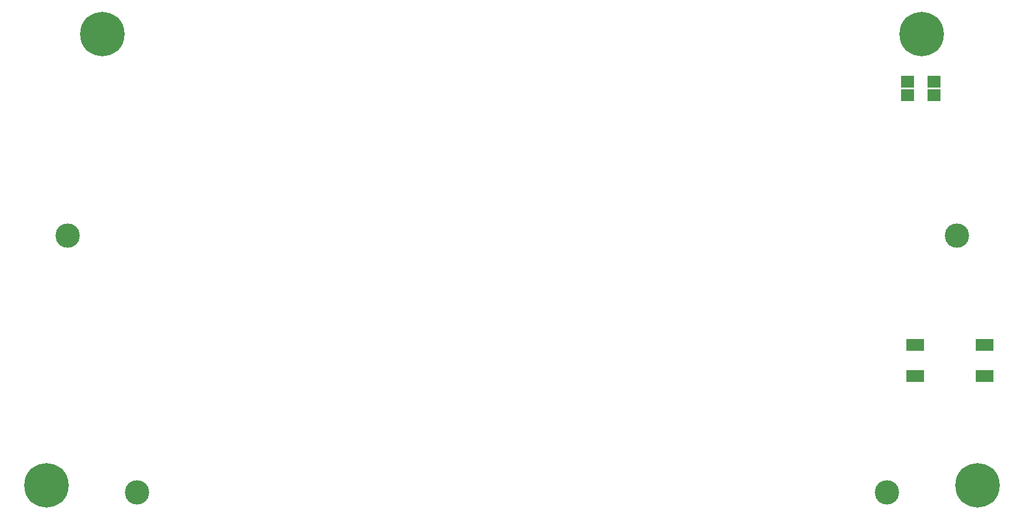
<source format=gbr>
G04 #@! TF.GenerationSoftware,KiCad,Pcbnew,no-vcs-found-ddec803~58~ubuntu14.04.1*
G04 #@! TF.CreationDate,2017-06-12T14:50:18+02:00*
G04 #@! TF.ProjectId,DVDLaserScanner,4456444C617365725363616E6E65722E,rev?*
G04 #@! TF.FileFunction,Soldermask,Top*
G04 #@! TF.FilePolarity,Negative*
%FSLAX46Y46*%
G04 Gerber Fmt 4.6, Leading zero omitted, Abs format (unit mm)*
G04 Created by KiCad (PCBNEW no-vcs-found-ddec803~58~ubuntu14.04.1) date Mon Jun 12 14:50:18 2017*
%MOMM*%
%LPD*%
G01*
G04 APERTURE LIST*
%ADD10C,0.100000*%
%ADD11C,3.500000*%
%ADD12C,6.400000*%
%ADD13R,1.900000X1.695400*%
%ADD14R,2.500000X1.800000*%
G04 APERTURE END LIST*
D10*
D11*
X149000000Y-111000000D03*
X41000000Y-111000000D03*
X159000000Y-74000000D03*
X31000000Y-74000000D03*
D12*
X28000000Y-110000000D03*
X154000000Y-45000000D03*
X162000000Y-110000000D03*
X36000000Y-45000000D03*
D13*
X151892000Y-51856600D03*
X151892000Y-53756600D03*
X155702000Y-51856600D03*
X155702000Y-53756600D03*
D14*
X163000000Y-89750000D03*
X163000000Y-94250000D03*
X153000000Y-89750000D03*
X153000000Y-94250000D03*
M02*

</source>
